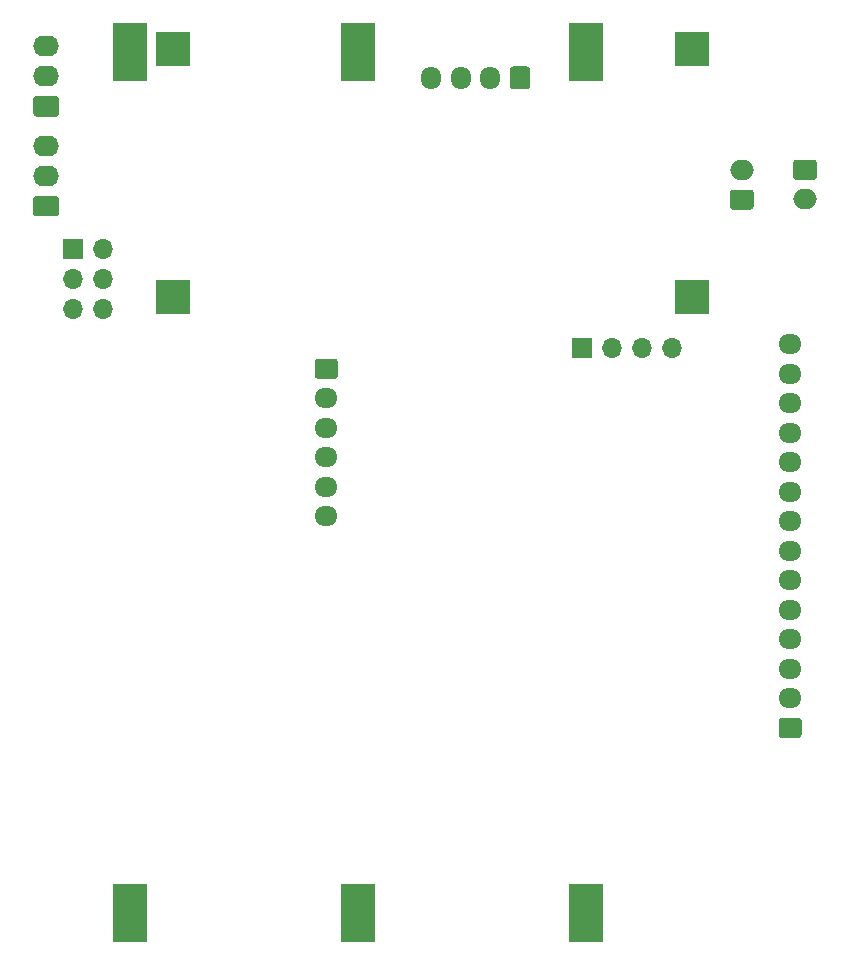
<source format=gbr>
%TF.GenerationSoftware,KiCad,Pcbnew,(5.1.9)-1*%
%TF.CreationDate,2021-11-29T10:56:02+07:00*%
%TF.ProjectId,Hackathon_PCB,4861636b-6174-4686-9f6e-5f5043422e6b,rev?*%
%TF.SameCoordinates,Original*%
%TF.FileFunction,Soldermask,Bot*%
%TF.FilePolarity,Negative*%
%FSLAX46Y46*%
G04 Gerber Fmt 4.6, Leading zero omitted, Abs format (unit mm)*
G04 Created by KiCad (PCBNEW (5.1.9)-1) date 2021-11-29 10:56:02*
%MOMM*%
%LPD*%
G01*
G04 APERTURE LIST*
%ADD10R,1.700000X1.700000*%
%ADD11O,1.700000X1.700000*%
%ADD12O,2.000000X1.700000*%
%ADD13O,1.700000X1.950000*%
%ADD14R,3.000000X3.000000*%
%ADD15R,3.000000X5.000000*%
%ADD16O,2.190000X1.740000*%
%ADD17O,1.950000X1.700000*%
G04 APERTURE END LIST*
D10*
%TO.C,J3*%
X75440000Y-51590000D03*
D11*
X77980000Y-51590000D03*
X75440000Y-54130000D03*
X77980000Y-54130000D03*
X75440000Y-56670000D03*
X77980000Y-56670000D03*
%TD*%
%TO.C,J4*%
G36*
G01*
X136700000Y-44010000D02*
X138200000Y-44010000D01*
G75*
G02*
X138450000Y-44260000I0J-250000D01*
G01*
X138450000Y-45460000D01*
G75*
G02*
X138200000Y-45710000I-250000J0D01*
G01*
X136700000Y-45710000D01*
G75*
G02*
X136450000Y-45460000I0J250000D01*
G01*
X136450000Y-44260000D01*
G75*
G02*
X136700000Y-44010000I250000J0D01*
G01*
G37*
D12*
X137450000Y-47360000D03*
%TD*%
%TO.C,J5*%
X132100000Y-44890000D03*
G36*
G01*
X132850000Y-48240000D02*
X131350000Y-48240000D01*
G75*
G02*
X131100000Y-47990000I0J250000D01*
G01*
X131100000Y-46790000D01*
G75*
G02*
X131350000Y-46540000I250000J0D01*
G01*
X132850000Y-46540000D01*
G75*
G02*
X133100000Y-46790000I0J-250000D01*
G01*
X133100000Y-47990000D01*
G75*
G02*
X132850000Y-48240000I-250000J0D01*
G01*
G37*
%TD*%
%TO.C,J6*%
G36*
G01*
X114160000Y-36355000D02*
X114160000Y-37805000D01*
G75*
G02*
X113910000Y-38055000I-250000J0D01*
G01*
X112710000Y-38055000D01*
G75*
G02*
X112460000Y-37805000I0J250000D01*
G01*
X112460000Y-36355000D01*
G75*
G02*
X112710000Y-36105000I250000J0D01*
G01*
X113910000Y-36105000D01*
G75*
G02*
X114160000Y-36355000I0J-250000D01*
G01*
G37*
D13*
X110810000Y-37080000D03*
X108310000Y-37080000D03*
X105810000Y-37080000D03*
%TD*%
D14*
%TO.C,U2*%
X127900000Y-55590000D03*
X127900000Y-34590000D03*
X83900000Y-34590000D03*
X83900000Y-55590000D03*
%TD*%
D11*
%TO.C,U3*%
X126150000Y-59948000D03*
X121070000Y-59948000D03*
X123610000Y-59948000D03*
D10*
X118530000Y-59948000D03*
%TD*%
D15*
%TO.C,BT1*%
X118930000Y-107820000D03*
X118930000Y-34920000D03*
X99630000Y-34920000D03*
X99630000Y-107820000D03*
X80330000Y-107820000D03*
X80330000Y-34920000D03*
%TD*%
D16*
%TO.C,J7*%
X73200000Y-34410000D03*
X73200000Y-36950000D03*
G36*
G01*
X74045001Y-40360000D02*
X72354999Y-40360000D01*
G75*
G02*
X72105000Y-40110001I0J249999D01*
G01*
X72105000Y-38869999D01*
G75*
G02*
X72354999Y-38620000I249999J0D01*
G01*
X74045001Y-38620000D01*
G75*
G02*
X74295000Y-38869999I0J-249999D01*
G01*
X74295000Y-40110001D01*
G75*
G02*
X74045001Y-40360000I-249999J0D01*
G01*
G37*
%TD*%
%TO.C,J8*%
G36*
G01*
X74035001Y-48810000D02*
X72344999Y-48810000D01*
G75*
G02*
X72095000Y-48560001I0J249999D01*
G01*
X72095000Y-47319999D01*
G75*
G02*
X72344999Y-47070000I249999J0D01*
G01*
X74035001Y-47070000D01*
G75*
G02*
X74285000Y-47319999I0J-249999D01*
G01*
X74285000Y-48560001D01*
G75*
G02*
X74035001Y-48810000I-249999J0D01*
G01*
G37*
X73190000Y-45400000D03*
X73190000Y-42860000D03*
%TD*%
%TO.C,J1*%
G36*
G01*
X136915000Y-92960000D02*
X135465000Y-92960000D01*
G75*
G02*
X135215000Y-92710000I0J250000D01*
G01*
X135215000Y-91510000D01*
G75*
G02*
X135465000Y-91260000I250000J0D01*
G01*
X136915000Y-91260000D01*
G75*
G02*
X137165000Y-91510000I0J-250000D01*
G01*
X137165000Y-92710000D01*
G75*
G02*
X136915000Y-92960000I-250000J0D01*
G01*
G37*
D17*
X136190000Y-89610000D03*
X136190000Y-87110000D03*
X136190000Y-84610000D03*
X136190000Y-82110000D03*
X136190000Y-79610000D03*
X136190000Y-77110000D03*
X136190000Y-74610000D03*
X136190000Y-72110000D03*
X136190000Y-69610000D03*
X136190000Y-67110000D03*
X136190000Y-64610000D03*
X136190000Y-62110000D03*
X136190000Y-59610000D03*
%TD*%
%TO.C,J2*%
G36*
G01*
X96195000Y-60860000D02*
X97645000Y-60860000D01*
G75*
G02*
X97895000Y-61110000I0J-250000D01*
G01*
X97895000Y-62310000D01*
G75*
G02*
X97645000Y-62560000I-250000J0D01*
G01*
X96195000Y-62560000D01*
G75*
G02*
X95945000Y-62310000I0J250000D01*
G01*
X95945000Y-61110000D01*
G75*
G02*
X96195000Y-60860000I250000J0D01*
G01*
G37*
X96920000Y-64210000D03*
X96920000Y-66710000D03*
X96920000Y-69210000D03*
X96920000Y-71710000D03*
X96920000Y-74210000D03*
%TD*%
M02*

</source>
